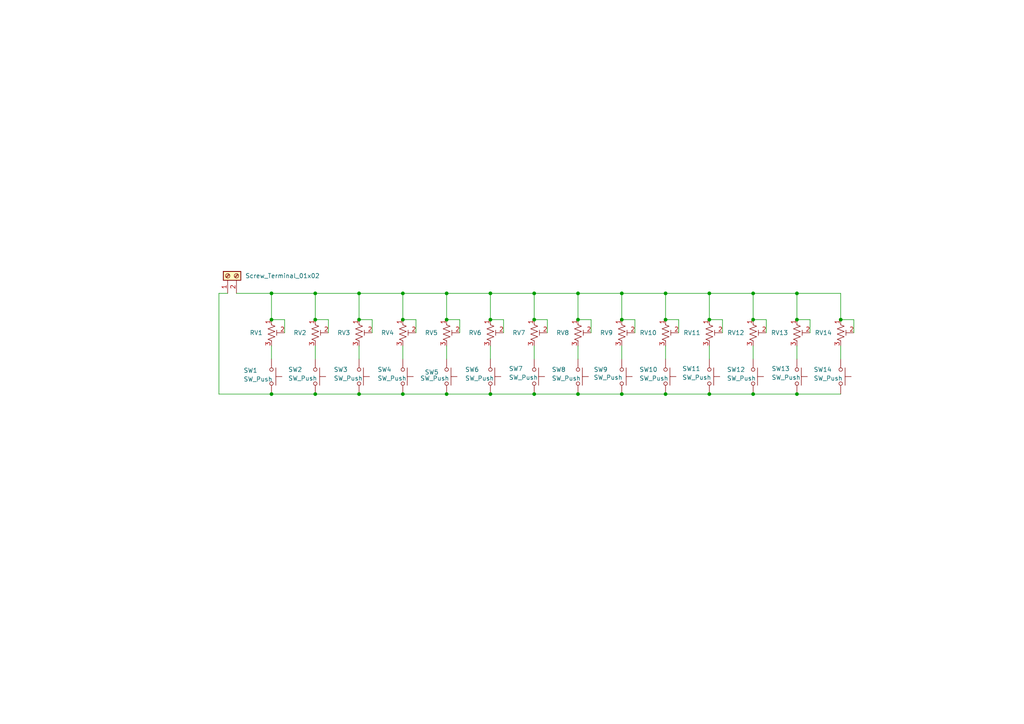
<source format=kicad_sch>
(kicad_sch (version 20250114) (generator "eeschema") (generator_version "9.0")
  (paper "A4")
  (lib_symbols
    (symbol "Connector:Screw_Terminal_01x02" (pin_names (offset 1.016) (hide yes))
      (property "Reference" "J" (at 0 2.54 0))
      (property "Value" "Screw_Terminal_01x02" (at 0 -5.08 0))
      (symbol "Screw_Terminal_01x02_1_1"
        (rectangle (start -1.27 1.27) (end 1.27 -3.81) (stroke (width 0.254)) (fill (type background)))
        (polyline (pts (xy -0.5334 0.3302) (xy 0.3302 -0.508)) (stroke (width 0.1524)))
        (polyline (pts (xy -0.5334 -2.2098) (xy 0.3302 -3.048)) (stroke (width 0.1524)))
        (polyline (pts (xy -0.3556 0.508) (xy 0.508 -0.3302)) (stroke (width 0.1524)))
        (polyline (pts (xy -0.3556 -2.032) (xy 0.508 -2.8702)) (stroke (width 0.1524)))
        (circle (center 0 0) (radius 0.635) (stroke (width 0.1524)))
        (circle (center 0 -2.54) (radius 0.635) (stroke (width 0.1524)))
        (pin passive line (at -5.08 0 0) (length 3.81) (name "Pin_1") (number "1"))
        (pin passive line (at -5.08 -2.54 0) (length 3.81) (name "Pin_2") (number "2"))
      )
    )
    (symbol "Device:R_Potentiometer_Trim_US" (pin_names (offset 1.016) (hide yes))
      (property "Reference" "RV" (at -4.445 0 90))
      (property "Value" "R_Potentiometer_Trim_US" (at -2.54 0 90))
      (symbol "R_Potentiometer_Trim_US_0_1"
        (polyline (pts (xy 0 2.286) (xy 0 2.54)))
        (polyline (pts (xy 0 2.286) (xy 1.016 1.905) (xy 0 1.524) (xy -1.016 1.143) (xy 0 0.762)))
        (polyline (pts (xy 0 0.762) (xy 1.016 0.381) (xy 0 0) (xy -1.016 -0.381) (xy 0 -0.762)))
        (polyline (pts (xy 0 -0.762) (xy 1.016 -1.143) (xy 0 -1.524) (xy -1.016 -1.905) (xy 0 -2.286)))
        (polyline (pts (xy 0 -2.286) (xy 0 -2.54)))
        (polyline (pts (xy 1.524 0.762) (xy 1.524 -0.762)))
        (polyline (pts (xy 2.54 0) (xy 1.524 0)))
      )
      (symbol "R_Potentiometer_Trim_US_1_1"
        (pin passive line (at 0 3.81 270) (length 1.27) (name "1") (number "1"))
        (pin passive line (at 0 -3.81 90) (length 1.27) (name "3") (number "3"))
        (pin passive line (at 3.81 0 180) (length 1.27) (name "2") (number "2"))
      )
    )
    (symbol "Switch:SW_MEC_5G" (pin_numbers (hide yes)) (pin_names (offset 1.016) (hide yes))
      (property "Reference" "SW" (at 1.27 2.54 0))
      (property "Value" "SW_MEC_5G" (at 0 -1.524 0))
      (symbol "SW_MEC_5G_0_1"
        (circle (center -2.032 0) (radius 0.508))
        (polyline (pts (xy 0 1.27) (xy 0 3.048)))
        (circle (center 2.032 0) (radius 0.508))
        (polyline (pts (xy 2.54 1.27) (xy -2.54 1.27)))
        (pin passive line (at -5.08 0 0) (length 2.54) (name "A") (number "1"))
        (pin passive line (at 5.08 0 180) (length 2.54) (name "B") (number "3"))
      )
      (symbol "SW_MEC_5G_1_1"
        (pin passive line (at -5.08 0 0) (length 2.54) (hide yes) (name "A") (number "2"))
        (pin passive line (at 5.08 0 180) (length 2.54) (hide yes) (name "B") (number "4"))
      )
    )
  )
  (junction (at 193.04 114.3))
  (junction (at 104.14 92.71))
  (junction (at 205.74 85.09))
  (junction (at 243.84 92.71))
  (junction (at 205.74 114.3))
  (junction (at 180.34 92.71))
  (junction (at 154.94 92.71))
  (junction (at 116.84 92.71))
  (junction (at 91.44 114.3))
  (junction (at 231.14 92.71))
  (junction (at 193.04 85.09))
  (junction (at 104.14 85.09))
  (junction (at 129.54 92.71))
  (junction (at 142.24 114.3))
  (junction (at 116.84 85.09))
  (junction (at 231.14 85.09))
  (junction (at 142.24 92.71))
  (junction (at 193.04 92.71))
  (junction (at 231.14 114.3))
  (junction (at 218.44 85.09))
  (junction (at 78.74 114.3))
  (junction (at 78.74 85.09))
  (junction (at 129.54 114.3))
  (junction (at 218.44 114.3))
  (junction (at 78.74 92.71))
  (junction (at 116.84 114.3))
  (junction (at 167.64 85.09))
  (junction (at 180.34 85.09))
  (junction (at 218.44 92.71))
  (junction (at 154.94 85.09))
  (junction (at 142.24 85.09))
  (junction (at 91.44 85.09))
  (junction (at 167.64 92.71))
  (junction (at 129.54 85.09))
  (junction (at 205.74 92.71))
  (junction (at 104.14 114.3))
  (junction (at 154.94 114.3))
  (junction (at 180.34 114.3))
  (junction (at 91.44 92.71))
  (junction (at 167.64 114.3))
  (wire (pts (xy 243.84 85.09) (xy 243.84 92.71)))
  (wire (pts (xy 171.45 92.71) (xy 167.64 92.71)))
  (wire (pts (xy 171.45 96.52) (xy 171.45 92.71)))
  (wire (pts (xy 63.5 85.09) (xy 63.5 114.3)))
  (wire (pts (xy 116.84 100.33) (xy 116.84 104.14)))
  (wire (pts (xy 146.05 96.52) (xy 146.05 92.71)))
  (wire (pts (xy 209.55 92.71) (xy 205.74 92.71)))
  (wire (pts (xy 218.44 100.33) (xy 218.44 104.14)))
  (wire (pts (xy 209.55 96.52) (xy 209.55 92.71)))
  (wire (pts (xy 82.55 92.71) (xy 78.74 92.71)))
  (wire (pts (xy 158.75 96.52) (xy 158.75 92.71)))
  (wire (pts (xy 247.65 92.71) (xy 243.84 92.71)))
  (wire (pts (xy 68.58 85.09) (xy 78.74 85.09)))
  (wire (pts (xy 104.14 114.3) (xy 116.84 114.3)))
  (wire (pts (xy 116.84 85.09) (xy 116.84 92.71)))
  (wire (pts (xy 231.14 100.33) (xy 231.14 104.14)))
  (wire (pts (xy 180.34 114.3) (xy 193.04 114.3)))
  (wire (pts (xy 234.95 96.52) (xy 234.95 92.71)))
  (wire (pts (xy 78.74 85.09) (xy 91.44 85.09)))
  (wire (pts (xy 154.94 85.09) (xy 167.64 85.09)))
  (wire (pts (xy 167.64 114.3) (xy 180.34 114.3)))
  (wire (pts (xy 184.15 96.52) (xy 184.15 92.71)))
  (wire (pts (xy 120.65 96.52) (xy 120.65 92.71)))
  (wire (pts (xy 95.25 96.52) (xy 95.25 92.71)))
  (wire (pts (xy 184.15 92.71) (xy 180.34 92.71)))
  (wire (pts (xy 154.94 114.3) (xy 167.64 114.3)))
  (wire (pts (xy 193.04 85.09) (xy 205.74 85.09)))
  (wire (pts (xy 180.34 100.33) (xy 180.34 104.14)))
  (wire (pts (xy 129.54 85.09) (xy 129.54 92.71)))
  (wire (pts (xy 116.84 114.3) (xy 129.54 114.3)))
  (wire (pts (xy 222.25 92.71) (xy 218.44 92.71)))
  (wire (pts (xy 234.95 92.71) (xy 231.14 92.71)))
  (wire (pts (xy 231.14 114.3) (xy 243.84 114.3)))
  (wire (pts (xy 116.84 85.09) (xy 129.54 85.09)))
  (wire (pts (xy 243.84 100.33) (xy 243.84 104.14)))
  (wire (pts (xy 129.54 114.3) (xy 142.24 114.3)))
  (wire (pts (xy 63.5 85.09) (xy 66.04 85.09)))
  (wire (pts (xy 231.14 85.09) (xy 231.14 92.71)))
  (wire (pts (xy 91.44 85.09) (xy 91.44 92.71)))
  (wire (pts (xy 133.35 96.52) (xy 133.35 92.71)))
  (wire (pts (xy 91.44 100.33) (xy 91.44 104.14)))
  (wire (pts (xy 167.64 85.09) (xy 180.34 85.09)))
  (wire (pts (xy 205.74 114.3) (xy 218.44 114.3)))
  (wire (pts (xy 142.24 100.33) (xy 142.24 104.14)))
  (wire (pts (xy 63.5 114.3) (xy 78.74 114.3)))
  (wire (pts (xy 167.64 85.09) (xy 167.64 92.71)))
  (wire (pts (xy 107.95 92.71) (xy 104.14 92.71)))
  (wire (pts (xy 104.14 85.09) (xy 104.14 92.71)))
  (wire (pts (xy 205.74 85.09) (xy 218.44 85.09)))
  (wire (pts (xy 91.44 114.3) (xy 104.14 114.3)))
  (wire (pts (xy 78.74 100.33) (xy 78.74 104.14)))
  (wire (pts (xy 193.04 114.3) (xy 205.74 114.3)))
  (wire (pts (xy 205.74 85.09) (xy 205.74 92.71)))
  (wire (pts (xy 104.14 100.33) (xy 104.14 104.14)))
  (wire (pts (xy 120.65 92.71) (xy 116.84 92.71)))
  (wire (pts (xy 180.34 85.09) (xy 193.04 85.09)))
  (wire (pts (xy 129.54 100.33) (xy 129.54 104.14)))
  (wire (pts (xy 146.05 92.71) (xy 142.24 92.71)))
  (wire (pts (xy 142.24 85.09) (xy 154.94 85.09)))
  (wire (pts (xy 78.74 85.09) (xy 78.74 92.71)))
  (wire (pts (xy 218.44 85.09) (xy 231.14 85.09)))
  (wire (pts (xy 196.85 92.71) (xy 193.04 92.71)))
  (wire (pts (xy 142.24 85.09) (xy 142.24 92.71)))
  (wire (pts (xy 129.54 85.09) (xy 142.24 85.09)))
  (wire (pts (xy 167.64 100.33) (xy 167.64 104.14)))
  (wire (pts (xy 104.14 85.09) (xy 116.84 85.09)))
  (wire (pts (xy 154.94 85.09) (xy 154.94 92.71)))
  (wire (pts (xy 231.14 85.09) (xy 243.84 85.09)))
  (wire (pts (xy 78.74 114.3) (xy 91.44 114.3)))
  (wire (pts (xy 180.34 85.09) (xy 180.34 92.71)))
  (wire (pts (xy 142.24 114.3) (xy 154.94 114.3)))
  (wire (pts (xy 218.44 114.3) (xy 231.14 114.3)))
  (wire (pts (xy 154.94 100.33) (xy 154.94 104.14)))
  (wire (pts (xy 218.44 85.09) (xy 218.44 92.71)))
  (wire (pts (xy 193.04 100.33) (xy 193.04 104.14)))
  (wire (pts (xy 222.25 96.52) (xy 222.25 92.71)))
  (wire (pts (xy 193.04 85.09) (xy 193.04 92.71)))
  (wire (pts (xy 107.95 96.52) (xy 107.95 92.71)))
  (wire (pts (xy 91.44 85.09) (xy 104.14 85.09)))
  (wire (pts (xy 196.85 96.52) (xy 196.85 92.71)))
  (wire (pts (xy 158.75 92.71) (xy 154.94 92.71)))
  (wire (pts (xy 247.65 96.52) (xy 247.65 92.71)))
  (wire (pts (xy 82.55 96.52) (xy 82.55 92.71)))
  (wire (pts (xy 95.25 92.71) (xy 91.44 92.71)))
  (wire (pts (xy 133.35 92.71) (xy 129.54 92.71)))
  (wire (pts (xy 205.74 100.33) (xy 205.74 104.14)))
  (symbol (lib_id "Switch:SW_MEC_5G") (at 91.44 109.22 270) (unit 1)
    (property "Reference" "SW2" (at 83.566 107.188 90) (effects (justify left)))
    (property "Value" "SW_Push" (at 83.566 109.728 90) (effects (justify left)))
    (property "Footprint" "Button_Switch_THT:SW_PUSH_6mm_H4.3mm" (effects (hide yes)))
    (property "Datasheet" "http://www.apem.com/int/index.php?controller=attachment&id_attachment=488" (effects (hide yes)))
    (property "Description" "MEC 5G single pole normally-open tactile switch" (effects (hide yes)))
  )
  (symbol (lib_id "Switch:SW_MEC_5G") (at 243.84 109.22 270) (unit 1)
    (property "Reference" "SW14" (at 235.966 107.188 90) (effects (justify left)))
    (property "Value" "SW_Push" (at 235.966 109.728 90) (effects (justify left)))
    (property "Footprint" "Button_Switch_THT:SW_PUSH_6mm_H4.3mm" (effects (hide yes)))
    (property "Datasheet" "http://www.apem.com/int/index.php?controller=attachment&id_attachment=488" (effects (hide yes)))
    (property "Description" "MEC 5G single pole normally-open tactile switch" (effects (hide yes)))
  )
  (symbol (lib_id "Switch:SW_MEC_5G") (at 116.84 109.22 270) (unit 1)
    (property "Reference" "SW4" (at 109.474 107.188 90) (effects (justify left)))
    (property "Value" "SW_Push" (at 109.474 109.728 90) (effects (justify left)))
    (property "Footprint" "Button_Switch_THT:SW_PUSH_6mm_H4.3mm" (effects (hide yes)))
    (property "Datasheet" "http://www.apem.com/int/index.php?controller=attachment&id_attachment=488" (effects (hide yes)))
    (property "Description" "MEC 5G single pole normally-open tactile switch" (effects (hide yes)))
  )
  (symbol (lib_id "Device:R_Potentiometer_Trim_US") (at 205.74 96.52 0) (unit 1)
    (property "Reference" "RV11" (at 203.2 96.5199 0) (effects (justify right)))
    (property "Value" "R_Potentiometer_Trim_US" (effects (hide yes)))
    (property "Footprint" "Potentiometer_THT:Potentiometer_Bourns_3296W_Vertical" (effects (hide yes)))
    (property "Description" "Trim-potentiometer, US symbol" (effects (hide yes)))
  )
  (symbol (lib_id "Switch:SW_MEC_5G") (at 205.74 109.22 270) (unit 1)
    (property "Reference" "SW11" (at 197.866 106.934 90) (effects (justify left)))
    (property "Value" "SW_Push" (at 197.866 109.474 90) (effects (justify left)))
    (property "Footprint" "Button_Switch_THT:SW_PUSH_6mm_H4.3mm" (effects (hide yes)))
    (property "Datasheet" "http://www.apem.com/int/index.php?controller=attachment&id_attachment=488" (effects (hide yes)))
    (property "Description" "MEC 5G single pole normally-open tactile switch" (effects (hide yes)))
  )
  (symbol (lib_id "Switch:SW_MEC_5G") (at 231.14 109.22 270) (unit 1)
    (property "Reference" "SW13" (at 223.774 106.934 90) (effects (justify left)))
    (property "Value" "SW_Push" (at 223.774 109.474 90) (effects (justify left)))
    (property "Footprint" "Button_Switch_THT:SW_PUSH_6mm_H4.3mm" (effects (hide yes)))
    (property "Datasheet" "http://www.apem.com/int/index.php?controller=attachment&id_attachment=488" (effects (hide yes)))
    (property "Description" "MEC 5G single pole normally-open tactile switch" (effects (hide yes)))
  )
  (symbol (lib_id "Device:R_Potentiometer_Trim_US") (at 78.74 96.52 0) (unit 1)
    (property "Reference" "RV1" (at 76.2 96.5199 0) (effects (justify right)))
    (property "Value" "R_Potentiometer_Trim_US" (effects (hide yes)))
    (property "Footprint" "Potentiometer_THT:Potentiometer_Bourns_3296W_Vertical" (effects (hide yes)))
    (property "Description" "Trim-potentiometer, US symbol" (effects (hide yes)))
  )
  (symbol (lib_id "Switch:SW_MEC_5G") (at 154.94 109.22 270) (unit 1)
    (property "Reference" "SW7" (at 147.574 106.934 90) (effects (justify left)))
    (property "Value" "SW_Push" (at 147.574 109.474 90) (effects (justify left)))
    (property "Footprint" "Button_Switch_THT:SW_PUSH_6mm_H4.3mm" (effects (hide yes)))
    (property "Datasheet" "http://www.apem.com/int/index.php?controller=attachment&id_attachment=488" (effects (hide yes)))
    (property "Description" "MEC 5G single pole normally-open tactile switch" (effects (hide yes)))
  )
  (symbol (lib_id "Device:R_Potentiometer_Trim_US") (at 116.84 96.52 0) (unit 1)
    (property "Reference" "RV4" (at 114.3 96.5199 0) (effects (justify right)))
    (property "Value" "R_Potentiometer_Trim_US" (effects (hide yes)))
    (property "Footprint" "Potentiometer_THT:Potentiometer_Bourns_3296W_Vertical" (effects (hide yes)))
    (property "Description" "Trim-potentiometer, US symbol" (effects (hide yes)))
  )
  (symbol (lib_id "Device:R_Potentiometer_Trim_US") (at 167.64 96.52 0) (unit 1)
    (property "Reference" "RV8" (at 165.1 96.5199 0) (effects (justify right)))
    (property "Value" "R_Potentiometer_Trim_US" (effects (hide yes)))
    (property "Footprint" "Potentiometer_THT:Potentiometer_Bourns_3296W_Vertical" (effects (hide yes)))
    (property "Description" "Trim-potentiometer, US symbol" (effects (hide yes)))
  )
  (symbol (lib_id "Device:R_Potentiometer_Trim_US") (at 142.24 96.52 0) (unit 1)
    (property "Reference" "RV6" (at 139.7 96.5199 0) (effects (justify right)))
    (property "Value" "R_Potentiometer_Trim_US" (effects (hide yes)))
    (property "Footprint" "Potentiometer_THT:Potentiometer_Bourns_3296W_Vertical" (effects (hide yes)))
    (property "Description" "Trim-potentiometer, US symbol" (effects (hide yes)))
  )
  (symbol (lib_id "Switch:SW_MEC_5G") (at 104.14 109.22 270) (unit 1)
    (property "Reference" "SW3" (at 96.774 107.188 90) (effects (justify left)))
    (property "Value" "SW_Push" (at 96.774 109.728 90) (effects (justify left)))
    (property "Footprint" "Button_Switch_THT:SW_PUSH_6mm_H4.3mm" (effects (hide yes)))
    (property "Datasheet" "http://www.apem.com/int/index.php?controller=attachment&id_attachment=488" (effects (hide yes)))
    (property "Description" "MEC 5G single pole normally-open tactile switch" (effects (hide yes)))
  )
  (symbol (lib_id "Device:R_Potentiometer_Trim_US") (at 91.44 96.52 0) (unit 1)
    (property "Reference" "RV2" (at 88.9 96.5199 0) (effects (justify right)))
    (property "Value" "R_Potentiometer_Trim_US" (effects (hide yes)))
    (property "Footprint" "Potentiometer_THT:Potentiometer_Bourns_3296W_Vertical" (effects (hide yes)))
    (property "Description" "Trim-potentiometer, US symbol" (effects (hide yes)))
  )
  (symbol (lib_id "Switch:SW_MEC_5G") (at 129.54 109.22 270) (unit 1)
    (property "Reference" "SW5" (at 127.254 107.95 90) (effects (justify right)))
    (property "Value" "SW_Push" (at 130.302 109.728 90) (effects (justify right)))
    (property "Footprint" "Button_Switch_THT:SW_PUSH_6mm_H4.3mm" (effects (hide yes)))
    (property "Datasheet" "http://www.apem.com/int/index.php?controller=attachment&id_attachment=488" (effects (hide yes)))
    (property "Description" "MEC 5G single pole normally-open tactile switch" (effects (hide yes)))
  )
  (symbol (lib_id "Device:R_Potentiometer_Trim_US") (at 180.34 96.52 0) (unit 1)
    (property "Reference" "RV9" (at 177.8 96.5199 0) (effects (justify right)))
    (property "Value" "R_Potentiometer_Trim_US" (effects (hide yes)))
    (property "Footprint" "Potentiometer_THT:Potentiometer_Bourns_3296W_Vertical" (effects (hide yes)))
    (property "Description" "Trim-potentiometer, US symbol" (effects (hide yes)))
  )
  (symbol (lib_id "Switch:SW_MEC_5G") (at 193.04 109.22 270) (unit 1)
    (property "Reference" "SW10" (at 185.42 107.188 90) (effects (justify left)))
    (property "Value" "SW_Push" (at 185.42 109.728 90) (effects (justify left)))
    (property "Footprint" "Button_Switch_THT:SW_PUSH_6mm_H4.3mm" (effects (hide yes)))
    (property "Datasheet" "http://www.apem.com/int/index.php?controller=attachment&id_attachment=488" (effects (hide yes)))
    (property "Description" "MEC 5G single pole normally-open tactile switch" (effects (hide yes)))
  )
  (symbol (lib_id "Device:R_Potentiometer_Trim_US") (at 129.54 96.52 0) (unit 1)
    (property "Reference" "RV5" (at 127 96.5199 0) (effects (justify right)))
    (property "Value" "R_Potentiometer_Trim_US" (effects (hide yes)))
    (property "Footprint" "Potentiometer_THT:Potentiometer_Bourns_3296W_Vertical" (effects (hide yes)))
    (property "Description" "Trim-potentiometer, US symbol" (effects (hide yes)))
  )
  (symbol (lib_id "Device:R_Potentiometer_Trim_US") (at 218.44 96.52 0) (unit 1)
    (property "Reference" "RV12" (at 215.9 96.5199 0) (effects (justify right)))
    (property "Value" "R_Potentiometer_Trim_US" (effects (hide yes)))
    (property "Footprint" "Potentiometer_THT:Potentiometer_Bourns_3296W_Vertical" (effects (hide yes)))
    (property "Description" "Trim-potentiometer, US symbol" (effects (hide yes)))
  )
  (symbol (lib_id "Device:R_Potentiometer_Trim_US") (at 231.14 96.52 0) (unit 1)
    (property "Reference" "RV13" (at 228.6 96.5199 0) (effects (justify right)))
    (property "Value" "R_Potentiometer_Trim_US" (effects (hide yes)))
    (property "Footprint" "Potentiometer_THT:Potentiometer_Bourns_3296W_Vertical" (effects (hide yes)))
    (property "Description" "Trim-potentiometer, US symbol" (effects (hide yes)))
  )
  (symbol (lib_id "Device:R_Potentiometer_Trim_US") (at 243.84 96.52 0) (unit 1)
    (property "Reference" "RV14" (at 241.3 96.5199 0) (effects (justify right)))
    (property "Value" "R_Potentiometer_Trim_US" (effects (hide yes)))
    (property "Footprint" "Potentiometer_THT:Potentiometer_Bourns_3296W_Vertical" (effects (hide yes)))
    (property "Description" "Trim-potentiometer, US symbol" (effects (hide yes)))
  )
  (symbol (lib_id "Switch:SW_MEC_5G") (at 142.24 109.22 270) (unit 1)
    (property "Reference" "SW6" (at 134.874 107.1879 90) (effects (justify left)))
    (property "Value" "SW_Push" (at 134.874 109.728 90) (effects (justify left)))
    (property "Footprint" "Button_Switch_THT:SW_PUSH_6mm_H4.3mm" (effects (hide yes)))
    (property "Datasheet" "http://www.apem.com/int/index.php?controller=attachment&id_attachment=488" (effects (hide yes)))
    (property "Description" "MEC 5G single pole normally-open tactile switch" (effects (hide yes)))
  )
  (symbol (lib_id "Switch:SW_MEC_5G") (at 78.74 109.22 270) (unit 1)
    (property "Reference" "SW1" (at 70.612 107.442 90) (effects (justify left)))
    (property "Value" "SW_Push" (at 70.612 109.982 90) (effects (justify left)))
    (property "Footprint" "Button_Switch_THT:SW_PUSH_6mm_H4.3mm" (effects (hide yes)))
    (property "Datasheet" "http://www.apem.com/int/index.php?controller=attachment&id_attachment=488" (effects (hide yes)))
    (property "Description" "MEC 5G single pole normally-open tactile switch" (effects (hide yes)))
  )
  (symbol (lib_id "Device:R_Potentiometer_Trim_US") (at 193.04 96.52 0) (unit 1)
    (property "Reference" "RV10" (at 190.5 96.5199 0) (effects (justify right)))
    (property "Value" "R_Potentiometer_Trim_US" (effects (hide yes)))
    (property "Footprint" "Potentiometer_THT:Potentiometer_Bourns_3296W_Vertical" (effects (hide yes)))
    (property "Description" "Trim-potentiometer, US symbol" (effects (hide yes)))
  )
  (symbol (lib_id "Device:R_Potentiometer_Trim_US") (at 104.14 96.52 0) (unit 1)
    (property "Reference" "RV3" (at 101.6 96.5199 0) (effects (justify right)))
    (property "Value" "R_Potentiometer_Trim_US" (effects (hide yes)))
    (property "Footprint" "Potentiometer_THT:Potentiometer_Bourns_3296W_Vertical" (effects (hide yes)))
    (property "Description" "Trim-potentiometer, US symbol" (effects (hide yes)))
  )
  (symbol (lib_id "Switch:SW_MEC_5G") (at 218.44 109.22 270) (unit 1)
    (property "Reference" "SW12" (at 210.82 107.188 90) (effects (justify left)))
    (property "Value" "SW_Push" (at 210.82 109.728 90) (effects (justify left)))
    (property "Footprint" "Button_Switch_THT:SW_PUSH_6mm_H4.3mm" (effects (hide yes)))
    (property "Datasheet" "http://www.apem.com/int/index.php?controller=attachment&id_attachment=488" (effects (hide yes)))
    (property "Description" "MEC 5G single pole normally-open tactile switch" (effects (hide yes)))
  )
  (symbol (lib_id "Connector:Screw_Terminal_01x02") (at 66.04 80.01 90) (unit 1)
    (property "Reference" "J2" (effects (hide yes)))
    (property "Value" "Screw_Terminal_01x02" (at 71.12 80.0099 90) (effects (justify right)))
    (property "Footprint" "TerminalBlock:TerminalBlock_bornier-2_P5.08mm" (effects (hide yes)))
    (property "Description" "Generic screw terminal, single row, 01x02, script generated (kicad-library-utils/schlib/autogen/connector/)" (effects (hide yes)))
  )
  (symbol (lib_id "Device:R_Potentiometer_Trim_US") (at 154.94 96.52 0) (unit 1)
    (property "Reference" "RV7" (at 152.4 96.5199 0) (effects (justify right)))
    (property "Value" "R_Potentiometer_Trim_US" (effects (hide yes)))
    (property "Footprint" "Potentiometer_THT:Potentiometer_Bourns_3296W_Vertical" (effects (hide yes)))
    (property "Description" "Trim-potentiometer, US symbol" (effects (hide yes)))
  )
  (symbol (lib_id "Switch:SW_MEC_5G") (at 180.34 109.22 270) (unit 1)
    (property "Reference" "SW9" (at 176.276 107.188 90) (effects (justify right)))
    (property "Value" "SW_Push" (at 180.594 109.474 90) (effects (justify right)))
    (property "Footprint" "Button_Switch_THT:SW_PUSH_6mm_H4.3mm" (effects (hide yes)))
    (property "Datasheet" "http://www.apem.com/int/index.php?controller=attachment&id_attachment=488" (effects (hide yes)))
    (property "Description" "MEC 5G single pole normally-open tactile switch" (effects (hide yes)))
  )
  (symbol (lib_id "Switch:SW_MEC_5G") (at 167.64 109.22 270) (unit 1)
    (property "Reference" "SW8" (at 160.02 107.188 90) (effects (justify left)))
    (property "Value" "SW_Push" (at 160.02 109.728 90) (effects (justify left)))
    (property "Footprint" "Button_Switch_THT:SW_PUSH_6mm_H4.3mm" (effects (hide yes)))
    (property "Datasheet" "http://www.apem.com/int/index.php?controller=attachment&id_attachment=488" (effects (hide yes)))
    (property "Description" "MEC 5G single pole normally-open tactile switch" (effects (hide yes)))
  )
)
</source>
